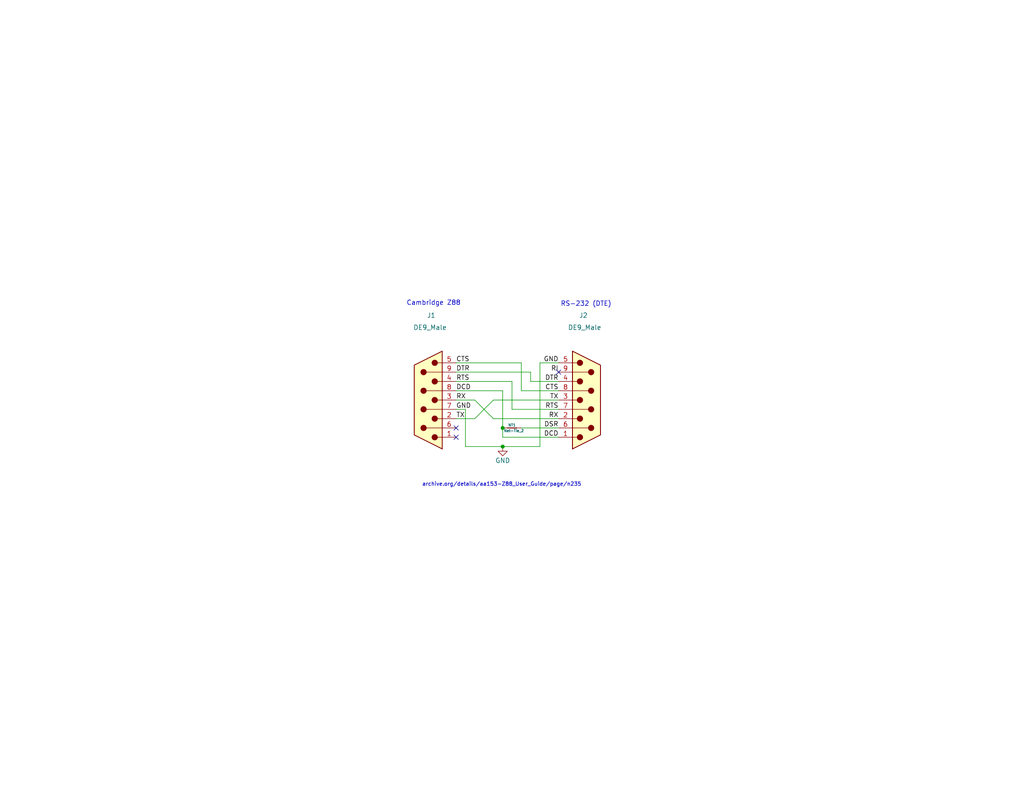
<source format=kicad_sch>
(kicad_sch (version 20231120) (generator "eeschema") (generator_version "8.0")
  (paper "USLetter")
  (title_block (title "Z88 rs232 to standard rs232") (date "2020-09-08") (company "Brian K. White"))
  (lib_symbols
    (symbol "0_LOCAL:DE9_Male" (pin_names (offset 1.016) hide)
      (property "Reference" "J" (at 0 13.97 0))
      (property "Value" "DE9_Male" (at 0 -14.605 0))
      (symbol "DE9_Male_0_1"
        (circle (center -1.778 -10.16) (radius 0.762) (fill (type outline)))
        (circle (center -1.778 -5.08) (radius 0.762) (fill (type outline)))
        (circle (center -1.778 0) (radius 0.762) (fill (type outline)))
        (circle (center -1.778 5.08) (radius 0.762) (fill (type outline)))
        (circle (center -1.778 10.16) (radius 0.762) (fill (type outline)))
        (polyline (pts (xy -3.81 -10.16) (xy -2.54 -10.16)))
        (polyline (pts (xy -3.81 -7.62) (xy 0.508 -7.62)))
        (polyline (pts (xy -3.81 -5.08) (xy -2.54 -5.08)))
        (polyline (pts (xy -3.81 -2.54) (xy 0.508 -2.54)))
        (polyline (pts (xy -3.81 0) (xy -2.54 0)))
        (polyline (pts (xy -3.81 2.54) (xy 0.508 2.54)))
        (polyline (pts (xy -3.81 5.08) (xy -2.54 5.08)))
        (polyline (pts (xy -3.81 7.62) (xy 0.508 7.62)))
        (polyline (pts (xy -3.81 10.16) (xy -2.54 10.16)))
        (polyline (pts (xy -3.81 -13.335) (xy -3.81 13.335) (xy 3.81 9.525) (xy 3.81 -9.525) (xy -3.81 -13.335)) (stroke (width 0.254)) (fill (type background)))
        (circle (center 1.27 -7.62) (radius 0.762) (fill (type outline)))
        (circle (center 1.27 -2.54) (radius 0.762) (fill (type outline)))
        (circle (center 1.27 2.54) (radius 0.762) (fill (type outline)))
        (circle (center 1.27 7.62) (radius 0.762) (fill (type outline)))
      )
      (symbol "DE9_Male_1_1"
        (pin passive line (at -7.62 -10.16 0) (length 3.81) (name "1") (number "1"))
        (pin passive line (at -7.62 -5.08 0) (length 3.81) (name "2") (number "2"))
        (pin passive line (at -7.62 0 0) (length 3.81) (name "3") (number "3"))
        (pin passive line (at -7.62 5.08 0) (length 3.81) (name "4") (number "4"))
        (pin passive line (at -7.62 10.16 0) (length 3.81) (name "5") (number "5"))
        (pin passive line (at -7.62 -7.62 0) (length 3.81) (name "6") (number "6"))
        (pin passive line (at -7.62 -2.54 0) (length 3.81) (name "7") (number "7"))
        (pin passive line (at -7.62 2.54 0) (length 3.81) (name "8") (number "8"))
        (pin passive line (at -7.62 7.62 0) (length 3.81) (name "9") (number "9"))
      )
    )
    (symbol "0_LOCAL:GND" (power) (pin_names (offset 0))
      (property "Value" "GND" (at 0 -3.81 0))
      (symbol "GND_0_1"
        (polyline (pts (xy 0 0) (xy 0 -1.27) (xy 1.27 -1.27) (xy 0 -2.54) (xy -1.27 -1.27) (xy 0 -1.27)))
      )
      (symbol "GND_1_1"
        (pin power_in line (at 0 0 270) (length 0) hide (name "GND") (number "1"))
      )
    )
    (symbol "0_LOCAL:Net-Tie_2" (pin_numbers hide) (pin_names (offset 0) hide)
      (property "Reference" "NT" (at 0 1.27 0))
      (property "Value" "Net-Tie_2" (at 0 -1.27 0))
      (symbol "Net-Tie_2_0_1"
        (polyline (pts (xy -1.27 0) (xy 1.27 0)) (stroke (width 0.254)))
      )
      (symbol "Net-Tie_2_1_1"
        (pin passive line (at -2.54 0 0) (length 2.54) (name "1") (number "1"))
        (pin passive line (at 2.54 0 180) (length 2.54) (name "2") (number "2"))
      )
    )
  )
  (junction (at 137.16 121.92))
  (junction (at 137.16 116.84))
  (no_connect (at 124.46 116.84))
  (no_connect (at 152.4 101.6))
  (no_connect (at 124.46 119.38))
  (wire (pts (xy 142.24 106.68) (xy 152.4 106.68)))
  (wire (pts (xy 139.7 111.76) (xy 152.4 111.76)))
  (wire (pts (xy 142.24 99.06) (xy 142.24 106.68)))
  (wire (pts (xy 124.46 114.3) (xy 129.54 114.3)))
  (wire (pts (xy 124.46 101.6) (xy 144.78 101.6)))
  (wire (pts (xy 137.16 121.92) (xy 127 121.92)))
  (wire (pts (xy 129.54 114.3) (xy 134.62 109.22)))
  (wire (pts (xy 137.16 106.68) (xy 137.16 116.84)))
  (wire (pts (xy 137.16 119.38) (xy 152.4 119.38)))
  (wire (pts (xy 127 111.76) (xy 124.46 111.76)))
  (wire (pts (xy 124.46 109.22) (xy 129.54 109.22)))
  (wire (pts (xy 134.62 114.3) (xy 152.4 114.3)))
  (wire (pts (xy 124.46 99.06) (xy 142.24 99.06)))
  (wire (pts (xy 147.32 99.06) (xy 152.4 99.06)))
  (wire (pts (xy 134.62 109.22) (xy 152.4 109.22)))
  (wire (pts (xy 152.4 116.84) (xy 142.24 116.84)))
  (wire (pts (xy 144.78 101.6) (xy 144.78 104.14)))
  (wire (pts (xy 144.78 104.14) (xy 152.4 104.14)))
  (wire (pts (xy 129.54 109.22) (xy 134.62 114.3)))
  (wire (pts (xy 137.16 116.84) (xy 137.16 119.38)))
  (wire (pts (xy 127 121.92) (xy 127 111.76)))
  (wire (pts (xy 124.46 106.68) (xy 137.16 106.68)))
  (wire (pts (xy 124.46 104.14) (xy 139.7 104.14)))
  (wire (pts (xy 147.32 121.92) (xy 147.32 99.06)))
  (wire (pts (xy 139.7 104.14) (xy 139.7 111.76)))
  (wire (pts (xy 137.16 121.92) (xy 147.32 121.92)))
  (text "archive.org/details/aa153-Z88_User_Guide/page/n235" (at 136.906 132.334 0) (effects (font (size 1.016 1.016))))
  (text "Cambridge Z88" (at 125.73 83.566 0) (effects (font (size 1.27 1.27)) (justify right bottom)))
  (text "RS-232 (DTE)" (at 166.878 83.82 0) (effects (font (size 1.27 1.27)) (justify right bottom)))
  (label "CTS" (at 152.4 106.68 180))
  (label "RX" (at 124.46 109.22 0))
  (label "RTS" (at 124.46 104.14 0))
  (label "RTS" (at 152.4 111.76 180))
  (label "TX" (at 152.4 109.22 180))
  (label "CTS" (at 124.46 99.06 0))
  (label "GND" (at 124.46 111.76 0))
  (label "TX" (at 124.46 114.3 0))
  (label "GND" (at 152.4 99.06 180))
  (label "DTR" (at 124.46 101.6 0))
  (label "RX" (at 152.4 114.3 180))
  (label "DCD" (at 124.46 106.68 0))
  (label "DCD" (at 152.4 119.38 180))
  (label "DTR" (at 152.4 104.14 180))
  (label "RI" (at 152.4 101.6 180))
  (label "DSR" (at 152.4 116.84 180))
  (symbol (lib_id "0_LOCAL:DE9_Male") (at 116.84 109.22 0) (mirror y) (unit 1)
    (property "Reference" "J1" (at 118.872 86.106 0) (effects (justify left)))
    (property "Value" "DE9_Male" (at 121.92 89.408 0) (effects (justify left)))
    (property "Footprint" "0_LOCAL:DSUB-9_Male_Vertical_P2.77x2.84mm" (effects (hide yes)))
    (property "Datasheet" " ~" (effects (hide yes)))
  )
  (symbol (lib_id "0_LOCAL:GND") (at 137.16 121.92 0) (mirror y) (unit 1)
    (property "Reference" "#PWR04" (effects (hide yes)))
    (property "Value" "GND" (at 137.16 125.73 0))
  )
  (symbol (lib_id "0_LOCAL:Net-Tie_2") (at 139.7 116.84 0) (unit 1)
    (property "Reference" "NT1" (at 139.7 116.078 0) (effects (font (size 0.7112 0.7112))))
    (property "Value" "Net-Tie_2" (at 140.208 117.602 0) (effects (font (size 0.7112 0.7112))))
    (property "Footprint" "0_LOCAL:NetTie-2_SMD_10" (effects (hide yes)))
  )
  (symbol (lib_id "0_LOCAL:DE9_Male") (at 160.02 109.22 0) (unit 1)
    (property "Reference" "J2" (at 157.988 86.106 0) (effects (justify left)))
    (property "Value" "DE9_Male" (at 154.94 89.408 0) (effects (justify left)))
    (property "Footprint" "0_LOCAL:DSUB-9_Male_Vertical_P2.77x2.84mm" (effects (hide yes)))
    (property "Datasheet" " ~" (effects (hide yes)))
  )
)
</source>
